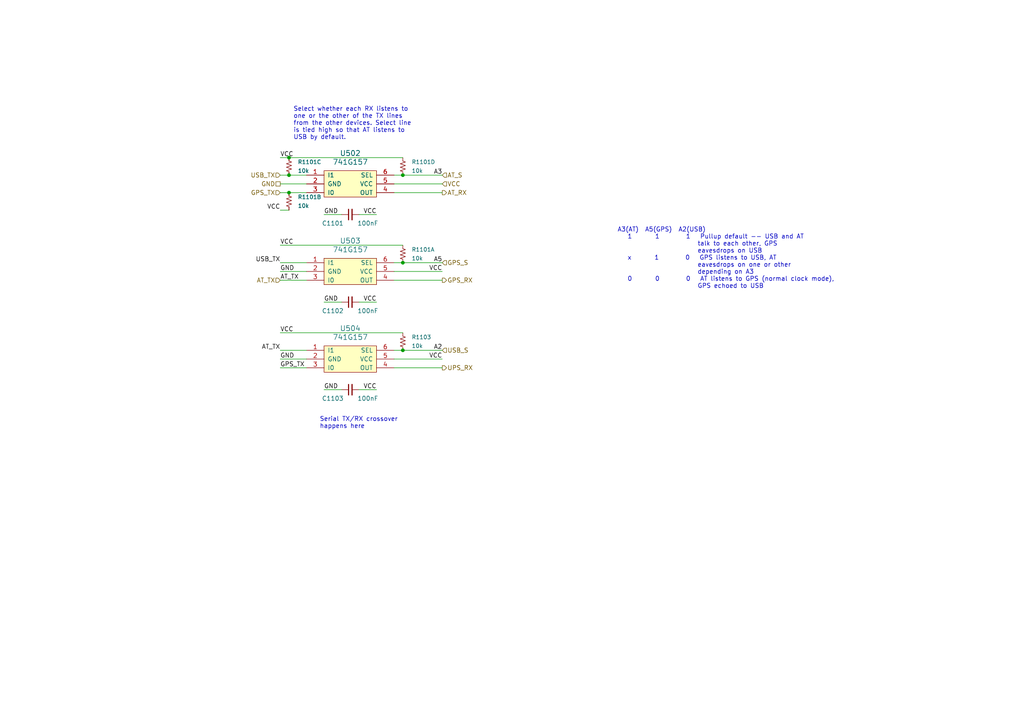
<source format=kicad_sch>
(kicad_sch (version 20230121) (generator eeschema)
  (paper "A4")
  (lib_symbols
    (symbol "Device:C_Small" (pin_numbers hide) (pin_names (offset 0.254) hide)
      (property "Reference" "C" (at 0.254 1.778 0))
      (property "Value" "C_Small" (at 0.254 -2.032 0))
      (symbol "C_Small_0_1"
        (polyline (pts (xy -1.524 -0.508) (xy 1.524 -0.508)) (stroke (width 0.3302)))
        (polyline (pts (xy -1.524 0.508) (xy 1.524 0.508)) (stroke (width 0.3048)))
      )
      (symbol "C_Small_1_1"
        (pin passive line (at 0 2.54 270) (length 2.032) (name "~") (number "1"))
        (pin passive line (at 0 -2.54 90) (length 2.032) (name "~") (number "2"))
      )
    )
    (symbol "KwanSystems:NC7SZ157" (pin_names (offset 1.016))
      (property "Reference" "U" (at -7.62 3.81 0))
      (property "Value" "NC7SZ157" (at -7.62 -6.35 0))
      (symbol "NC7SZ157_0_1"
        (rectangle (start -7.62 3.81) (end 7.62 -3.81) (fill (type background)))
      )
      (symbol "NC7SZ157_1_0"
        (pin input line (at -12.7 2.54 0) (length 5.08) (name "I1") (number "1"))
        (pin power_in line (at -12.7 0 0) (length 5.08) (name "GND") (number "2"))
        (pin input line (at -12.7 -2.54 0) (length 5.08) (name "I0") (number "3"))
        (pin output line (at 12.7 -2.54 180) (length 5.08) (name "OUT") (number "4"))
        (pin power_in line (at 12.7 0 180) (length 5.08) (name "VCC") (number "5"))
        (pin input line (at 12.7 2.54 180) (length 5.08) (name "SEL") (number "6"))
      )
    )
    (symbol "KwanSystems:RESISTOR" (pin_numbers hide) (pin_names (offset 1.016) hide)
      (property "Reference" "R" (at -1.27 1.27 0))
      (property "Value" "RESISTOR" (at -1.27 -2.54 0))
      (symbol "RESISTOR_0_1"
        (polyline (pts (xy 0 0) (xy -0.254 0.762) (xy -0.762 -0.762) (xy -1.27 0.762) (xy -1.524 0)))
        (polyline (pts (xy 0 0) (xy 0.254 -0.762) (xy 0.762 0.762) (xy 1.27 -0.762) (xy 1.524 0)))
      )
      (symbol "RESISTOR_1_1"
        (pin passive line (at -2.54 0 0) (length 0.9906) (name "1") (number "1"))
        (pin passive line (at 2.54 0 180) (length 0.9906) (name "2") (number "2"))
      )
    )
    (symbol "KwanSystems:RP4" (pin_numbers hide) (pin_names (offset 0) hide)
      (property "Reference" "R" (at -1.27 1.27 0))
      (property "Value" "RP4" (at -1.27 -2.54 0))
      (symbol "RP4_0_1"
        (polyline (pts (xy 0 0) (xy -0.254 0.762) (xy -0.762 -0.762) (xy -1.27 0.762) (xy -1.524 0)))
        (polyline (pts (xy 0 0) (xy 0.254 -0.762) (xy 0.762 0.762) (xy 1.27 -0.762) (xy 1.524 0)))
      )
      (symbol "RP4_1_1"
        (pin passive line (at -2.54 0 0) (length 0.9906) (name "4") (number "1"))
        (pin passive line (at 2.54 0 180) (length 0.9906) (name "5") (number "8"))
      )
      (symbol "RP4_2_1"
        (pin passive line (at -2.54 0 0) (length 0.9906) (name "4") (number "2"))
        (pin passive line (at 2.54 0 180) (length 0.9906) (name "5") (number "7"))
      )
      (symbol "RP4_3_1"
        (pin passive line (at -2.54 0 0) (length 0.9906) (name "4") (number "3"))
        (pin passive line (at 2.54 0 180) (length 0.9906) (name "5") (number "6"))
      )
      (symbol "RP4_4_1"
        (pin passive line (at -2.54 0 0) (length 0.9906) (name "4") (number "4"))
        (pin passive line (at 2.54 0 180) (length 0.9906) (name "5") (number "5"))
      )
    )
  )
  (junction (at 83.82 45.72))
  (junction (at 83.82 50.8))
  (junction (at 116.84 101.6))
  (junction (at 116.84 76.2))
  (junction (at 83.82 55.88))
  (junction (at 116.84 50.8))
  (wire (pts (xy 81.28 76.2) (xy 88.9 76.2)))
  (wire (pts (xy 81.28 71.12) (xy 116.84 71.12)))
  (wire (pts (xy 104.14 62.23) (xy 109.22 62.23)))
  (wire (pts (xy 114.3 106.68) (xy 128.27 106.68)))
  (wire (pts (xy 114.3 53.34) (xy 128.27 53.34)))
  (wire (pts (xy 104.14 113.03) (xy 109.22 113.03)))
  (wire (pts (xy 81.28 55.88) (xy 83.82 55.88)))
  (wire (pts (xy 114.3 78.74) (xy 128.27 78.74)))
  (wire (pts (xy 93.98 62.23) (xy 99.06 62.23)))
  (wire (pts (xy 114.3 76.2) (xy 116.84 76.2)))
  (wire (pts (xy 114.3 81.28) (xy 128.27 81.28)))
  (wire (pts (xy 104.14 87.63) (xy 109.22 87.63)))
  (wire (pts (xy 114.3 55.88) (xy 128.27 55.88)))
  (wire (pts (xy 81.28 45.72) (xy 83.82 45.72)))
  (wire (pts (xy 114.3 101.6) (xy 116.84 101.6)))
  (wire (pts (xy 116.84 76.2) (xy 128.27 76.2)))
  (wire (pts (xy 116.84 101.6) (xy 128.27 101.6)))
  (wire (pts (xy 83.82 45.72) (xy 116.84 45.72)))
  (wire (pts (xy 81.28 50.8) (xy 83.82 50.8)))
  (wire (pts (xy 81.28 78.74) (xy 88.9 78.74)))
  (wire (pts (xy 81.28 53.34) (xy 88.9 53.34)))
  (wire (pts (xy 81.28 101.6) (xy 88.9 101.6)))
  (wire (pts (xy 116.84 50.8) (xy 128.27 50.8)))
  (wire (pts (xy 81.28 104.14) (xy 88.9 104.14)))
  (wire (pts (xy 81.28 81.28) (xy 88.9 81.28)))
  (wire (pts (xy 81.28 60.96) (xy 83.82 60.96)))
  (wire (pts (xy 83.82 55.88) (xy 88.9 55.88)))
  (wire (pts (xy 93.98 87.63) (xy 99.06 87.63)))
  (wire (pts (xy 114.3 104.14) (xy 128.27 104.14)))
  (wire (pts (xy 81.28 96.52) (xy 116.84 96.52)))
  (wire (pts (xy 114.3 50.8) (xy 116.84 50.8)))
  (wire (pts (xy 93.98 113.03) (xy 99.06 113.03)))
  (wire (pts (xy 83.82 50.8) (xy 88.9 50.8)))
  (wire (pts (xy 81.28 106.68) (xy 88.9 106.68)))
  (text "Serial TX/RX crossover\nhappens here" (at 92.71 124.46 0) (effects (font (size 1.27 1.27)) (justify left bottom)))
  (text "A3(AT)  A5(GPS)  A2(USB)\n   1       1        1   Pullup default -- USB and AT \n                        talk to each other, GPS\n                        eavesdrops on USB\n   x       1        0   GPS listens to USB, AT \n                        eavesdrops on one or other\n                        depending on A3\n   0       0        0   AT listens to GPS (normal clock mode),\n                        GPS echoed to USB\n" (at 179.07 83.82 0) (effects (font (size 1.27 1.27)) (justify left bottom)))
  (text "Select whether each RX listens to\none or the other of the TX lines\nfrom the other devices. Select line\nis tied high so that AT listens to\nUSB by default." (at 85.09 40.64 0) (effects (font (size 1.27 1.27)) (justify left bottom)))
  (label "GND" (at 81.28 78.74 0))
  (label "A5" (at 128.27 76.2 180))
  (label "VCC" (at 109.22 62.23 180))
  (label "VCC" (at 81.28 45.72 0))
  (label "USB_TX" (at 81.28 76.2 180))
  (label "GND" (at 93.98 113.03 0))
  (label "VCC" (at 81.28 60.96 180))
  (label "VCC" (at 128.27 104.14 180))
  (label "GPS_TX" (at 81.28 106.68 0))
  (label "GND" (at 93.98 87.63 0))
  (label "VCC" (at 109.22 113.03 180))
  (label "VCC" (at 81.28 71.12 0))
  (label "VCC" (at 81.28 96.52 0))
  (label "VCC" (at 128.27 78.74 180))
  (label "A3" (at 128.27 50.8 180))
  (label "AT_TX" (at 81.28 101.6 180))
  (label "GND" (at 93.98 62.23 0))
  (label "GND" (at 81.28 104.14 0))
  (label "AT_TX" (at 81.28 81.28 0))
  (label "A2" (at 128.27 101.6 180))
  (label "VCC" (at 109.22 87.63 180))
  (hierarchical_label "GND" (shape passive) (at 81.28 53.34 180))
  (hierarchical_label "GPS_RX" (shape output) (at 128.27 81.28 0))
  (hierarchical_label "GPS_S" (shape input) (at 128.27 76.2 0))
  (hierarchical_label "USB_TX" (shape input) (at 81.28 50.8 180))
  (hierarchical_label "VCC" (shape input) (at 128.27 53.34 0))
  (hierarchical_label "AT_S" (shape input) (at 128.27 50.8 0))
  (hierarchical_label "USB_S" (shape input) (at 128.27 101.6 0))
  (hierarchical_label "AT_RX" (shape output) (at 128.27 55.88 0))
  (hierarchical_label "AT_TX" (shape input) (at 81.28 81.28 180))
  (hierarchical_label "UPS_RX" (shape output) (at 128.27 106.68 0))
  (hierarchical_label "GPS_TX" (shape input) (at 81.28 55.88 180))
  (symbol (lib_id "Device:C_Small") (at 101.6 62.23 90) (unit 1)
    (property "Reference" "C1101" (at 96.52 64.77 90))
    (property "Value" "100nF" (at 106.68 64.77 90))
    (property "Footprint" "Capacitor_SMD:C_0603_1608Metric" (effects hide))
    (property "Datasheet" "https://product.tdk.com/system/files/dam/doc/product/capacitor/ceramic/mlcc/catalog/mlcc_automotive_general_en.pdf" (effects hide))
  )
  (symbol (lib_id "KwanSystems:RP4") (at 116.84 48.26 90) (unit 4)
    (property "Reference" "R1101" (at 119.38 46.99 90) (effects (font (size 1.143 1.143)) (justify right)))
    (property "Value" "10k" (at 119.38 49.53 90) (effects (font (size 1.143 1.143)) (justify right)))
    (property "Footprint" "KwanSystems:R_Array_Convex_4x0402" (effects hide))
  )
  (symbol (lib_id "Device:C_Small") (at 101.6 87.63 90) (unit 1)
    (property "Reference" "C1102" (at 96.52 90.17 90))
    (property "Value" "100nF" (at 106.68 90.17 90))
    (property "Footprint" "Capacitor_SMD:C_0603_1608Metric" (effects hide))
    (property "Datasheet" "https://product.tdk.com/system/files/dam/doc/product/capacitor/ceramic/mlcc/catalog/mlcc_automotive_general_en.pdf" (effects hide))
  )
  (symbol (lib_id "KwanSystems:RP4") (at 83.82 48.26 90) (unit 3)
    (property "Reference" "R1101" (at 86.36 46.99 90) (effects (font (size 1.143 1.143)) (justify right)))
    (property "Value" "10k" (at 86.36 49.53 90) (effects (font (size 1.143 1.143)) (justify right)))
    (property "Footprint" "KwanSystems:R_Array_Convex_4x0402" (effects hide))
  )
  (symbol (lib_id "KwanSystems:RP4") (at 83.82 58.42 270) (unit 2)
    (property "Reference" "R1101" (at 86.36 57.15 90) (effects (font (size 1.143 1.143)) (justify left)))
    (property "Value" "10k" (at 86.36 59.69 90) (effects (font (size 1.143 1.143)) (justify left)))
    (property "Footprint" "KwanSystems:R_Array_Convex_4x0402" (effects hide))
  )
  (symbol (lib_id "KwanSystems:RP4") (at 116.84 73.66 90) (unit 1)
    (property "Reference" "R1101" (at 119.38 72.39 90) (effects (font (size 1.143 1.143)) (justify right)))
    (property "Value" "10k" (at 119.38 74.93 90) (effects (font (size 1.143 1.143)) (justify right)))
    (property "Footprint" "KwanSystems:R_Array_Convex_4x0402" (effects hide))
  )
  (symbol (lib_id "KwanSystems:NC7SZ157") (at 101.6 104.14 0) (unit 1)
    (property "Reference" "U504" (at 101.6 95.25 0) (effects (font (size 1.4986 1.4986))))
    (property "Value" "741G157" (at 101.6 97.79 0) (effects (font (size 1.4986 1.4986))))
    (property "Footprint" "Package_TO_SOT_SMD:SOT-363_SC-70-6" (effects hide))
    (property "Datasheet" "https://assets.nexperia.com/documents/data-sheet/74LVC1G157.pdf" (effects hide))
    (property "Digikey" "1727-3491-1-ND" (effects hide))
    (property "Part Number" "74LVC1G157GW,125" (effects hide))
    (property "Purpose" "UART multiplexer" (effects hide))
    (instances (project "Precision23" (path "" (reference "U504") (unit 1)) (path "" (reference "U504") (unit 1)) (path "" (reference "U1103") (unit 1))))
  )
  (symbol (lib_id "KwanSystems:NC7SZ157") (at 101.6 53.34 0) (unit 1)
    (property "Reference" "U502" (at 101.6 44.45 0) (effects (font (size 1.4986 1.4986))))
    (property "Value" "741G157" (at 101.6 46.99 0) (effects (font (size 1.4986 1.4986))))
    (property "Footprint" "Package_TO_SOT_SMD:SOT-363_SC-70-6" (effects hide))
    (property "Datasheet" "https://assets.nexperia.com/documents/data-sheet/74LVC1G157.pdf" (effects hide))
    (property "Digikey" "1727-3491-1-ND" (effects hide))
    (property "Part Number" "74LVC1G157GW,125" (effects hide))
    (property "Purpose" "UART multiplexer" (effects hide))
    (instances (project "Precision23" (path "" (reference "U502") (unit 1)) (path "" (reference "U502") (unit 1)) (path "" (reference "U1101") (unit 1))))
  )
  (symbol (lib_id "KwanSystems:NC7SZ157") (at 101.6 78.74 0) (unit 1)
    (property "Reference" "U503" (at 101.6 69.85 0) (effects (font (size 1.4986 1.4986))))
    (property "Value" "741G157" (at 101.6 72.39 0) (effects (font (size 1.4986 1.4986))))
    (property "Footprint" "Package_TO_SOT_SMD:SOT-363_SC-70-6" (effects hide))
    (property "Datasheet" "https://assets.nexperia.com/documents/data-sheet/74LVC1G157.pdf" (effects hide))
    (property "Digikey" "1727-3491-1-ND" (effects hide))
    (property "Part Number" "74LVC1G157GW,125" (effects hide))
    (property "Purpose" "UART multiplexer" (effects hide))
    (instances (project "Precision23" (path "" (reference "U503") (unit 1)) (path "" (reference "U503") (unit 1)) (path "" (reference "U1102") (unit 1))))
  )
  (symbol (lib_id "Device:C_Small") (at 101.6 113.03 90) (unit 1)
    (property "Reference" "C1103" (at 96.52 115.57 90))
    (property "Value" "100nF" (at 106.68 115.57 90))
    (property "Footprint" "Capacitor_SMD:C_0603_1608Metric" (effects hide))
    (property "Datasheet" "https://product.tdk.com/system/files/dam/doc/product/capacitor/ceramic/mlcc/catalog/mlcc_automotive_general_en.pdf" (effects hide))
  )
  (symbol (lib_id "KwanSystems:RESISTOR") (at 116.84 99.06 90) (unit 1)
    (property "Reference" "R1103" (at 119.38 97.79 90) (effects (font (size 1.143 1.143)) (justify right)))
    (property "Value" "10k" (at 119.38 100.33 90) (effects (font (size 1.143 1.143)) (justify right)))
    (property "Footprint" "Resistor_SMD:R_0603_1608Metric" (effects hide))
  )
)
</source>
